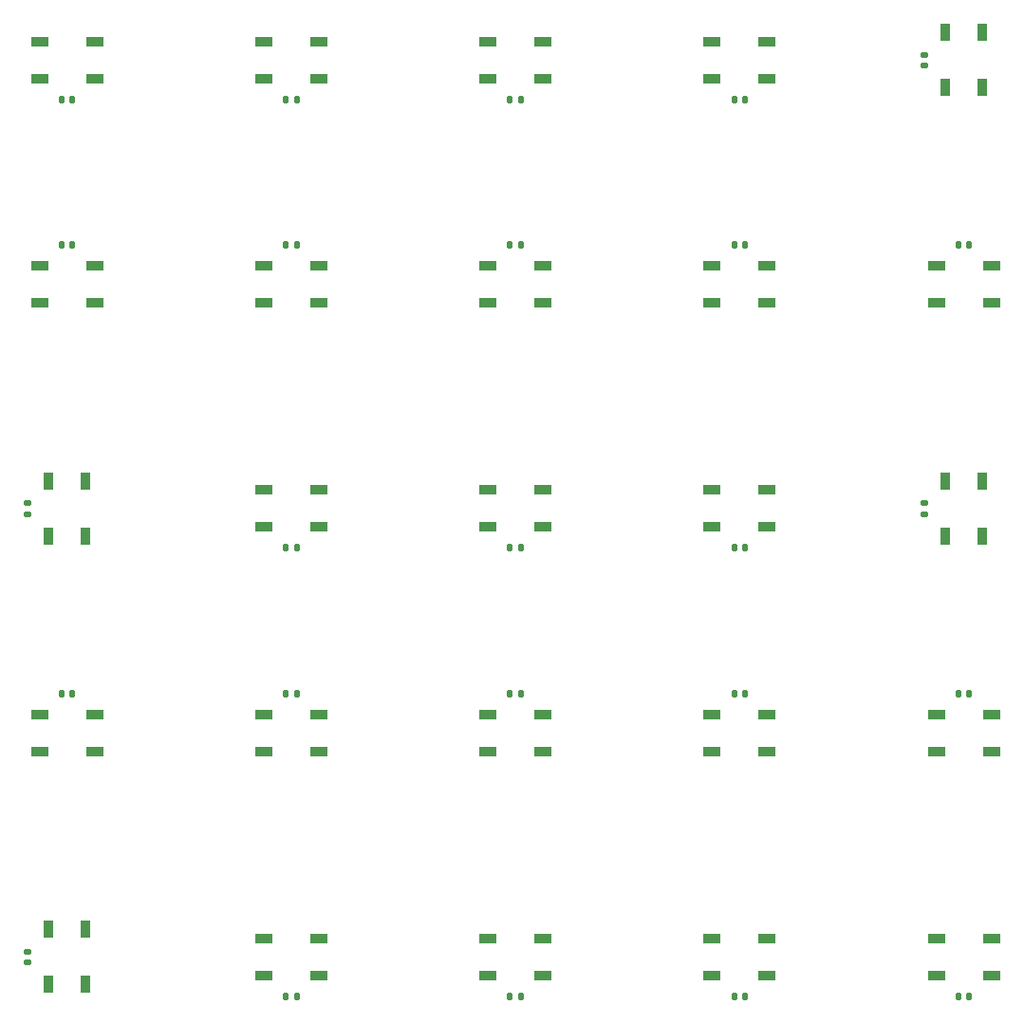
<source format=gbr>
%TF.GenerationSoftware,KiCad,Pcbnew,9.0.7*%
%TF.CreationDate,2026-02-12T20:02:34+01:00*%
%TF.ProjectId,PCB_Neopixel_rigid,5043425f-4e65-46f7-9069-78656c5f7269,rev?*%
%TF.SameCoordinates,Original*%
%TF.FileFunction,Paste,Top*%
%TF.FilePolarity,Positive*%
%FSLAX46Y46*%
G04 Gerber Fmt 4.6, Leading zero omitted, Abs format (unit mm)*
G04 Created by KiCad (PCBNEW 9.0.7) date 2026-02-12 20:02:34*
%MOMM*%
%LPD*%
G01*
G04 APERTURE LIST*
G04 Aperture macros list*
%AMRoundRect*
0 Rectangle with rounded corners*
0 $1 Rounding radius*
0 $2 $3 $4 $5 $6 $7 $8 $9 X,Y pos of 4 corners*
0 Add a 4 corners polygon primitive as box body*
4,1,4,$2,$3,$4,$5,$6,$7,$8,$9,$2,$3,0*
0 Add four circle primitives for the rounded corners*
1,1,$1+$1,$2,$3*
1,1,$1+$1,$4,$5*
1,1,$1+$1,$6,$7*
1,1,$1+$1,$8,$9*
0 Add four rect primitives between the rounded corners*
20,1,$1+$1,$2,$3,$4,$5,0*
20,1,$1+$1,$4,$5,$6,$7,0*
20,1,$1+$1,$6,$7,$8,$9,0*
20,1,$1+$1,$8,$9,$2,$3,0*%
G04 Aperture macros list end*
%ADD10RoundRect,0.140000X0.140000X0.170000X-0.140000X0.170000X-0.140000X-0.170000X0.140000X-0.170000X0*%
%ADD11RoundRect,0.090000X0.660000X0.360000X-0.660000X0.360000X-0.660000X-0.360000X0.660000X-0.360000X0*%
%ADD12RoundRect,0.090000X-0.660000X-0.360000X0.660000X-0.360000X0.660000X0.360000X-0.660000X0.360000X0*%
%ADD13RoundRect,0.140000X-0.140000X-0.170000X0.140000X-0.170000X0.140000X0.170000X-0.140000X0.170000X0*%
%ADD14RoundRect,0.140000X0.170000X-0.140000X0.170000X0.140000X-0.170000X0.140000X-0.170000X-0.140000X0*%
%ADD15RoundRect,0.090000X0.360000X-0.660000X0.360000X0.660000X-0.360000X0.660000X-0.360000X-0.660000X0*%
G04 APERTURE END LIST*
D10*
%TO.C,C1401*%
X150520000Y-103500000D03*
X151480000Y-103500000D03*
%TD*%
D11*
%TO.C,D501*%
X168550000Y-61650000D03*
X168550000Y-58350000D03*
X173450000Y-58350000D03*
X173450000Y-61650000D03*
%TD*%
D12*
%TO.C,D901*%
X153450000Y-78350000D03*
X153450000Y-81650000D03*
X148550000Y-81650000D03*
X148550000Y-78350000D03*
%TD*%
D13*
%TO.C,C1901*%
X151480000Y-116500000D03*
X150520000Y-116500000D03*
%TD*%
D10*
%TO.C,C401*%
X150520000Y-63500000D03*
X151480000Y-63500000D03*
%TD*%
D13*
%TO.C,C2001*%
X131480000Y-116500000D03*
X130520000Y-116500000D03*
%TD*%
D14*
%TO.C,C1601*%
X187500000Y-99520000D03*
X187500000Y-100480000D03*
%TD*%
D13*
%TO.C,C2101*%
X111480000Y-116500000D03*
X110520000Y-116500000D03*
%TD*%
D10*
%TO.C,C2501*%
X170520000Y-143500000D03*
X171480000Y-143500000D03*
%TD*%
D15*
%TO.C,D601*%
X189350000Y-57550000D03*
X192650000Y-57550000D03*
X192650000Y-62450000D03*
X189350000Y-62450000D03*
%TD*%
D13*
%TO.C,C1801*%
X171480000Y-116500000D03*
X170520000Y-116500000D03*
%TD*%
D12*
%TO.C,D701*%
X193450000Y-78350000D03*
X193450000Y-81650000D03*
X188550000Y-81650000D03*
X188550000Y-78350000D03*
%TD*%
%TO.C,D1101*%
X113450000Y-78350000D03*
X113450000Y-81650000D03*
X108550000Y-81650000D03*
X108550000Y-78350000D03*
%TD*%
D11*
%TO.C,D301*%
X128550000Y-61650000D03*
X128550000Y-58350000D03*
X133450000Y-58350000D03*
X133450000Y-61650000D03*
%TD*%
%TO.C,D401*%
X148550000Y-61650000D03*
X148550000Y-58350000D03*
X153450000Y-58350000D03*
X153450000Y-61650000D03*
%TD*%
D14*
%TO.C,C1201*%
X107500000Y-99520000D03*
X107500000Y-100480000D03*
%TD*%
D15*
%TO.C,D2201*%
X109350000Y-137550000D03*
X112650000Y-137550000D03*
X112650000Y-142450000D03*
X109350000Y-142450000D03*
%TD*%
D14*
%TO.C,C601*%
X187500000Y-59520000D03*
X187500000Y-60480000D03*
%TD*%
D10*
%TO.C,C2301*%
X130520000Y-143500000D03*
X131480000Y-143500000D03*
%TD*%
D11*
%TO.C,D2601*%
X188550000Y-141650000D03*
X188550000Y-138350000D03*
X193450000Y-138350000D03*
X193450000Y-141650000D03*
%TD*%
D14*
%TO.C,C2201*%
X107500000Y-139520000D03*
X107500000Y-140480000D03*
%TD*%
D13*
%TO.C,C801*%
X171480000Y-76500000D03*
X170520000Y-76500000D03*
%TD*%
D15*
%TO.C,D1601*%
X189350000Y-97550000D03*
X192650000Y-97550000D03*
X192650000Y-102450000D03*
X189350000Y-102450000D03*
%TD*%
D12*
%TO.C,D1001*%
X133450000Y-78350000D03*
X133450000Y-81650000D03*
X128550000Y-81650000D03*
X128550000Y-78350000D03*
%TD*%
D10*
%TO.C,C301*%
X130520000Y-63500000D03*
X131480000Y-63500000D03*
%TD*%
D11*
%TO.C,D1301*%
X128550000Y-101650000D03*
X128550000Y-98350000D03*
X133450000Y-98350000D03*
X133450000Y-101650000D03*
%TD*%
D12*
%TO.C,D2101*%
X113450000Y-118350000D03*
X113450000Y-121650000D03*
X108550000Y-121650000D03*
X108550000Y-118350000D03*
%TD*%
D15*
%TO.C,D1201*%
X109350000Y-97550000D03*
X112650000Y-97550000D03*
X112650000Y-102450000D03*
X109350000Y-102450000D03*
%TD*%
D12*
%TO.C,D1701*%
X193450000Y-118350000D03*
X193450000Y-121650000D03*
X188550000Y-121650000D03*
X188550000Y-118350000D03*
%TD*%
D10*
%TO.C,C201*%
X110520000Y-63500000D03*
X111480000Y-63500000D03*
%TD*%
D13*
%TO.C,C1701*%
X191480000Y-116500000D03*
X190520000Y-116500000D03*
%TD*%
D10*
%TO.C,C2401*%
X150520000Y-143500000D03*
X151480000Y-143500000D03*
%TD*%
%TO.C,C501*%
X170520000Y-63500000D03*
X171480000Y-63500000D03*
%TD*%
%TO.C,C1501*%
X170520000Y-103500000D03*
X171480000Y-103500000D03*
%TD*%
D11*
%TO.C,D1501*%
X168550000Y-101650000D03*
X168550000Y-98350000D03*
X173450000Y-98350000D03*
X173450000Y-101650000D03*
%TD*%
D12*
%TO.C,D801*%
X173450000Y-78350000D03*
X173450000Y-81650000D03*
X168550000Y-81650000D03*
X168550000Y-78350000D03*
%TD*%
D13*
%TO.C,C701*%
X191480000Y-76500000D03*
X190520000Y-76500000D03*
%TD*%
%TO.C,C1101*%
X111480000Y-76500000D03*
X110520000Y-76500000D03*
%TD*%
D10*
%TO.C,C1301*%
X130520000Y-103500000D03*
X131480000Y-103500000D03*
%TD*%
D13*
%TO.C,C901*%
X151480000Y-76500000D03*
X150520000Y-76500000D03*
%TD*%
D12*
%TO.C,D1801*%
X173450000Y-118350000D03*
X173450000Y-121650000D03*
X168550000Y-121650000D03*
X168550000Y-118350000D03*
%TD*%
D11*
%TO.C,D201*%
X108550000Y-61650000D03*
X108550000Y-58350000D03*
X113450000Y-58350000D03*
X113450000Y-61650000D03*
%TD*%
%TO.C,D2301*%
X128550000Y-141650000D03*
X128550000Y-138350000D03*
X133450000Y-138350000D03*
X133450000Y-141650000D03*
%TD*%
D13*
%TO.C,C1001*%
X131480000Y-76500000D03*
X130520000Y-76500000D03*
%TD*%
D11*
%TO.C,D1401*%
X148550000Y-101650000D03*
X148550000Y-98350000D03*
X153450000Y-98350000D03*
X153450000Y-101650000D03*
%TD*%
D10*
%TO.C,C2601*%
X190520000Y-143500000D03*
X191480000Y-143500000D03*
%TD*%
D12*
%TO.C,D2001*%
X133450000Y-118350000D03*
X133450000Y-121650000D03*
X128550000Y-121650000D03*
X128550000Y-118350000D03*
%TD*%
D11*
%TO.C,D2501*%
X168550000Y-141650000D03*
X168550000Y-138350000D03*
X173450000Y-138350000D03*
X173450000Y-141650000D03*
%TD*%
%TO.C,D2401*%
X148550000Y-141650000D03*
X148550000Y-138350000D03*
X153450000Y-138350000D03*
X153450000Y-141650000D03*
%TD*%
D12*
%TO.C,D1901*%
X153450000Y-118350000D03*
X153450000Y-121650000D03*
X148550000Y-121650000D03*
X148550000Y-118350000D03*
%TD*%
M02*

</source>
